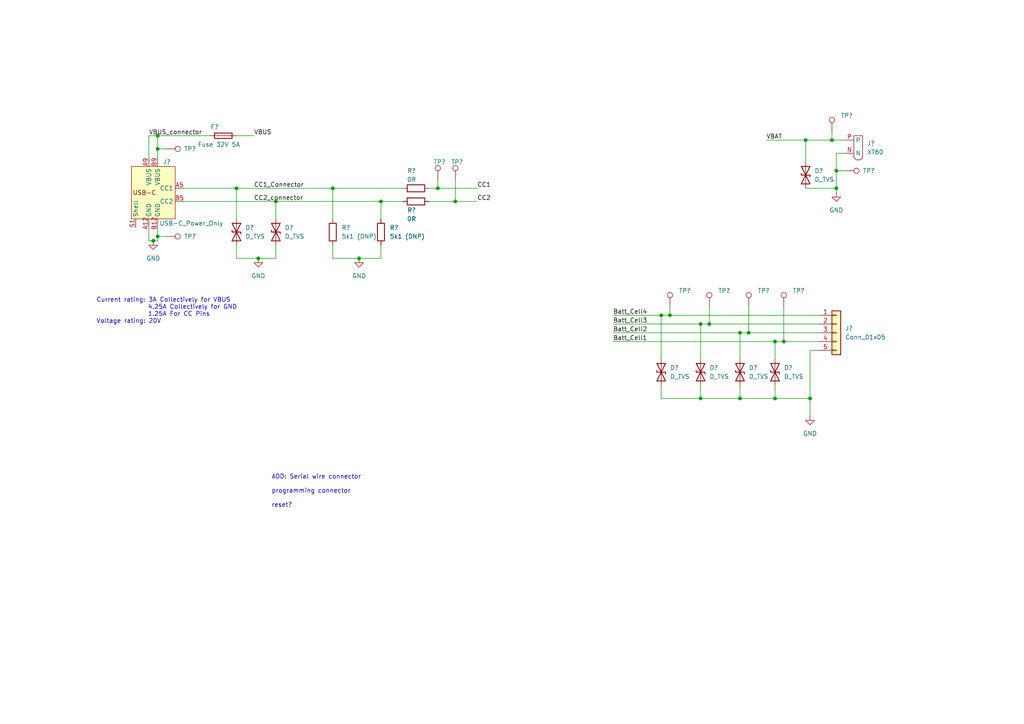
<source format=kicad_sch>
(kicad_sch (version 20211123) (generator eeschema)
  (paper "A4")
  (lib_symbols
    (symbol "Connector:TestPoint" (pin_numbers hide) (pin_names (offset 0.762) hide)
      (property "Reference" "TP" (at 0 6.858 0))
      (property "Value" "TestPoint" (at 0 5.08 0))
      (symbol "TestPoint_0_1"
        (circle (center 0 3.302) (radius 0.762))
      )
      (symbol "TestPoint_1_1"
        (pin passive line (at 0 0 90) (length 2.54) (name "1") (number "1"))
      )
    )
    (symbol "Connector_Generic:Conn_01x05" (pin_names (offset 1.016) hide)
      (property "Reference" "J" (at 0 7.62 0))
      (property "Value" "Conn_01x05" (at 0 -7.62 0))
      (symbol "Conn_01x05_1_1"
        (rectangle (start -1.27 -4.953) (end 0 -5.207) (stroke (width 0.1524)))
        (rectangle (start -1.27 -2.413) (end 0 -2.667) (stroke (width 0.1524)))
        (rectangle (start -1.27 0.127) (end 0 -0.127) (stroke (width 0.1524)))
        (rectangle (start -1.27 2.667) (end 0 2.413) (stroke (width 0.1524)))
        (rectangle (start -1.27 5.207) (end 0 4.953) (stroke (width 0.1524)))
        (rectangle (start -1.27 6.35) (end 1.27 -6.35) (stroke (width 0.254)) (fill (type background)))
        (pin passive line (at -5.08 5.08 0) (length 3.81) (name "Pin_1") (number "1"))
        (pin passive line (at -5.08 2.54 0) (length 3.81) (name "Pin_2") (number "2"))
        (pin passive line (at -5.08 0 0) (length 3.81) (name "Pin_3") (number "3"))
        (pin passive line (at -5.08 -2.54 0) (length 3.81) (name "Pin_4") (number "4"))
        (pin passive line (at -5.08 -5.08 0) (length 3.81) (name "Pin_5") (number "5"))
      )
    )
    (symbol "Device:D_TVS" (pin_numbers hide) (pin_names (offset 1.016) hide)
      (property "Reference" "D" (at 0 2.54 0))
      (property "Value" "D_TVS" (at 0 -2.54 0))
      (symbol "D_TVS_0_1"
        (polyline (pts (xy 1.27 0) (xy -1.27 0)))
        (polyline (pts (xy 0.508 1.27) (xy 0 1.27) (xy 0 -1.27) (xy -0.508 -1.27)) (stroke (width 0.254)))
        (polyline (pts (xy -2.54 1.27) (xy -2.54 -1.27) (xy 2.54 1.27) (xy 2.54 -1.27) (xy -2.54 1.27)) (stroke (width 0.254)))
      )
      (symbol "D_TVS_1_1"
        (pin passive line (at -3.81 0 0) (length 2.54) (name "A1") (number "1"))
        (pin passive line (at 3.81 0 180) (length 2.54) (name "A2") (number "2"))
      )
    )
    (symbol "Device:Fuse" (pin_numbers hide) (pin_names (offset 0))
      (property "Reference" "F" (at 2.032 0 90))
      (property "Value" "Fuse" (at -1.905 0 90))
      (symbol "Fuse_0_1"
        (rectangle (start -0.762 -2.54) (end 0.762 2.54) (stroke (width 0.254)))
        (polyline (pts (xy 0 2.54) (xy 0 -2.54)))
      )
      (symbol "Fuse_1_1"
        (pin passive line (at 0 3.81 270) (length 1.27) (name "~") (number "1"))
        (pin passive line (at 0 -3.81 90) (length 1.27) (name "~") (number "2"))
      )
    )
    (symbol "Device:R" (pin_numbers hide) (pin_names (offset 0))
      (property "Reference" "R" (at 2.032 0 90))
      (property "Value" "R" (at 0 0 90))
      (symbol "R_0_1"
        (rectangle (start -1.016 -2.54) (end 1.016 2.54) (stroke (width 0.254)))
      )
      (symbol "R_1_1"
        (pin passive line (at 0 3.81 270) (length 1.27) (name "~") (number "1"))
        (pin passive line (at 0 -3.81 90) (length 1.27) (name "~") (number "2"))
      )
    )
    (symbol "Eldalote_symbols:USB-C_Power_Only"
      (property "Reference" "J" (at 3.81 10.16 0))
      (property "Value" "USB-C_Power_Only" (at 11.43 -7.62 0))
      (symbol "USB-C_Power_Only_0_0"
        (text "USB-C" (at -2.54 1.27 0) (effects (font (size 1.27 1.27))))
      )
      (symbol "USB-C_Power_Only_0_1"
        (rectangle (start -6.35 8.89) (end 6.35 -6.35) (fill (type background)))
      )
      (symbol "USB-C_Power_Only_1_1"
        (pin power_out line (at -1.27 -8.89 90) (length 2.54) (name "GND") (number "A12"))
        (pin passive line (at 8.89 2.54 180) (length 2.54) (name "CC1") (number "A5"))
        (pin power_out line (at -1.27 11.43 270) (length 2.54) (name "VBUS") (number "A9"))
        (pin power_out line (at 1.27 -8.89 90) (length 2.54) (name "GND") (number "B12"))
        (pin passive line (at 8.89 -1.27 180) (length 2.54) (name "CC2") (number "B5"))
        (pin power_out line (at 1.27 11.43 270) (length 2.54) (name "VBUS") (number "B9"))
        (pin passive line (at -5.08 -8.89 90) (length 2.54) (name "Shell") (number "S1"))
        (pin passive line (at -5.08 -8.89 90) (length 2.54) hide (name "Shell") (number "S2"))
        (pin passive line (at -5.08 -8.89 90) (length 2.54) hide (name "Shell") (number "S3"))
        (pin passive line (at -5.08 -8.89 90) (length 2.54) hide (name "Shell") (number "S4"))
      )
    )
    (symbol "Eldalote_symbols:XT60"
      (property "Reference" "J" (at 0 5.08 0))
      (property "Value" "XT60" (at 1.27 -4.445 0))
      (symbol "XT60_0_1"
        (polyline (pts (xy 0 3.81) (xy 0 -2.54) (xy 0.635 -3.175) (xy 1.905 -3.175) (xy 2.54 -2.54) (xy 2.54 3.81) (xy 0 3.81)))
      )
      (symbol "XT60_1_1"
        (pin passive line (at -2.54 -1.27 0) (length 2.54) (name "N") (number "N"))
        (pin passive line (at -2.54 2.54 0) (length 2.54) (name "P") (number "P"))
      )
    )
    (symbol "power:GND" (power) (pin_names (offset 0))
      (property "Value" "GND" (at 0 -3.81 0))
      (symbol "GND_0_1"
        (polyline (pts (xy 0 0) (xy 0 -1.27) (xy 1.27 -1.27) (xy 0 -2.54) (xy -1.27 -1.27) (xy 0 -1.27)))
      )
      (symbol "GND_1_1"
        (pin power_in line (at 0 0 270) (length 0) hide (name "GND") (number "1"))
      )
    )
  )
  (junction (at 203.2 93.98))
  (junction (at 96.52 54.61))
  (junction (at 234.95 115.57))
  (junction (at 74.93 74.93))
  (junction (at 45.72 43.18))
  (junction (at 224.79 115.57))
  (junction (at 45.72 39.37))
  (junction (at 233.68 40.64))
  (junction (at 214.63 115.57))
  (junction (at 227.33 99.06))
  (junction (at 68.58 54.61))
  (junction (at 191.77 91.44))
  (junction (at 241.3 40.64))
  (junction (at 80.01 58.42))
  (junction (at 205.74 93.98))
  (junction (at 224.79 99.06))
  (junction (at 132.08 58.42))
  (junction (at 203.2 115.57))
  (junction (at 217.17 96.52))
  (junction (at 44.45 69.85))
  (junction (at 127 54.61))
  (junction (at 242.57 49.53))
  (junction (at 242.57 54.61))
  (junction (at 104.14 74.93))
  (junction (at 45.72 68.58))
  (junction (at 214.63 96.52))
  (junction (at 110.49 58.42))
  (junction (at 194.31 91.44))
  (wire (pts (xy 217.17 88.9) (xy 217.17 96.52)))
  (wire (pts (xy 194.31 91.44) (xy 237.49 91.44)))
  (wire (pts (xy 191.77 115.57) (xy 203.2 115.57)))
  (wire (pts (xy 224.79 99.06) (xy 224.79 104.14)))
  (wire (pts (xy 245.11 49.53) (xy 242.57 49.53)))
  (wire (pts (xy 177.8 93.98) (xy 203.2 93.98)))
  (wire (pts (xy 237.49 101.6) (xy 234.95 101.6)))
  (wire (pts (xy 205.74 88.9) (xy 205.74 93.98)))
  (wire (pts (xy 68.58 63.5) (xy 68.58 54.61)))
  (wire (pts (xy 74.93 74.93) (xy 80.01 74.93)))
  (wire (pts (xy 191.77 111.76) (xy 191.77 115.57)))
  (wire (pts (xy 224.79 99.06) (xy 227.33 99.06)))
  (wire (pts (xy 233.68 40.64) (xy 241.3 40.64)))
  (wire (pts (xy 96.52 54.61) (xy 116.84 54.61)))
  (wire (pts (xy 222.25 40.64) (xy 233.68 40.64)))
  (wire (pts (xy 127 54.61) (xy 138.43 54.61)))
  (wire (pts (xy 132.08 52.07) (xy 132.08 58.42)))
  (wire (pts (xy 124.46 54.61) (xy 127 54.61)))
  (wire (pts (xy 45.72 39.37) (xy 60.96 39.37)))
  (wire (pts (xy 227.33 88.9) (xy 227.33 99.06)))
  (wire (pts (xy 194.31 88.9) (xy 194.31 91.44)))
  (wire (pts (xy 53.34 54.61) (xy 68.58 54.61)))
  (wire (pts (xy 242.57 44.45) (xy 242.57 49.53)))
  (wire (pts (xy 68.58 39.37) (xy 73.66 39.37)))
  (wire (pts (xy 45.72 68.58) (xy 45.72 69.85)))
  (wire (pts (xy 203.2 111.76) (xy 203.2 115.57)))
  (wire (pts (xy 110.49 58.42) (xy 110.49 63.5)))
  (wire (pts (xy 214.63 96.52) (xy 214.63 104.14)))
  (wire (pts (xy 191.77 104.14) (xy 191.77 91.44)))
  (wire (pts (xy 53.34 58.42) (xy 80.01 58.42)))
  (wire (pts (xy 241.3 40.64) (xy 245.11 40.64)))
  (wire (pts (xy 96.52 71.12) (xy 96.52 74.93)))
  (wire (pts (xy 48.26 43.18) (xy 45.72 43.18)))
  (wire (pts (xy 224.79 111.76) (xy 224.79 115.57)))
  (wire (pts (xy 127 52.07) (xy 127 54.61)))
  (wire (pts (xy 43.18 39.37) (xy 45.72 39.37)))
  (wire (pts (xy 233.68 40.64) (xy 233.68 46.99)))
  (wire (pts (xy 43.18 45.72) (xy 43.18 39.37)))
  (wire (pts (xy 242.57 54.61) (xy 242.57 55.88)))
  (wire (pts (xy 217.17 96.52) (xy 237.49 96.52)))
  (wire (pts (xy 110.49 71.12) (xy 110.49 74.93)))
  (wire (pts (xy 191.77 91.44) (xy 194.31 91.44)))
  (wire (pts (xy 80.01 71.12) (xy 80.01 74.93)))
  (wire (pts (xy 177.8 99.06) (xy 224.79 99.06)))
  (wire (pts (xy 177.8 91.44) (xy 191.77 91.44)))
  (wire (pts (xy 68.58 71.12) (xy 68.58 74.93)))
  (wire (pts (xy 203.2 115.57) (xy 214.63 115.57)))
  (wire (pts (xy 43.18 69.85) (xy 44.45 69.85)))
  (wire (pts (xy 132.08 58.42) (xy 138.43 58.42)))
  (wire (pts (xy 203.2 93.98) (xy 205.74 93.98)))
  (wire (pts (xy 241.3 38.1) (xy 241.3 40.64)))
  (wire (pts (xy 96.52 74.93) (xy 104.14 74.93)))
  (wire (pts (xy 43.18 66.04) (xy 43.18 69.85)))
  (wire (pts (xy 68.58 54.61) (xy 96.52 54.61)))
  (wire (pts (xy 45.72 39.37) (xy 45.72 43.18)))
  (wire (pts (xy 110.49 58.42) (xy 116.84 58.42)))
  (wire (pts (xy 80.01 58.42) (xy 80.01 63.5)))
  (wire (pts (xy 80.01 58.42) (xy 110.49 58.42)))
  (wire (pts (xy 214.63 115.57) (xy 224.79 115.57)))
  (wire (pts (xy 227.33 99.06) (xy 237.49 99.06)))
  (wire (pts (xy 124.46 58.42) (xy 132.08 58.42)))
  (wire (pts (xy 233.68 54.61) (xy 242.57 54.61)))
  (wire (pts (xy 48.26 68.58) (xy 45.72 68.58)))
  (wire (pts (xy 242.57 49.53) (xy 242.57 54.61)))
  (wire (pts (xy 245.11 44.45) (xy 242.57 44.45)))
  (wire (pts (xy 96.52 54.61) (xy 96.52 63.5)))
  (wire (pts (xy 214.63 111.76) (xy 214.63 115.57)))
  (wire (pts (xy 203.2 93.98) (xy 203.2 104.14)))
  (wire (pts (xy 234.95 115.57) (xy 234.95 120.65)))
  (wire (pts (xy 214.63 96.52) (xy 217.17 96.52)))
  (wire (pts (xy 45.72 66.04) (xy 45.72 68.58)))
  (wire (pts (xy 224.79 115.57) (xy 234.95 115.57)))
  (wire (pts (xy 177.8 96.52) (xy 214.63 96.52)))
  (wire (pts (xy 234.95 101.6) (xy 234.95 115.57)))
  (wire (pts (xy 110.49 74.93) (xy 104.14 74.93)))
  (wire (pts (xy 68.58 74.93) (xy 74.93 74.93)))
  (wire (pts (xy 45.72 69.85) (xy 44.45 69.85)))
  (wire (pts (xy 205.74 93.98) (xy 237.49 93.98)))
  (wire (pts (xy 45.72 43.18) (xy 45.72 45.72)))
  (text "ADD: Serial wire connector\n\nprogramming connector\n\nreset?" (at 78.74 147.32 0) (effects (font (size 1.27 1.27)) (justify left bottom)))
  (text "Current rating: 3A Collectively for VBUS\n			4.25A Collectively for GND\n			1.25A For CC Pins\nVoltage rating: 20V" (at 27.94 93.98 0) (effects (font (size 1.27 1.27)) (justify left bottom)))
  (label "Batt_Cell3" (at 177.8 93.98 0))
  (label "CC2" (at 138.43 58.42 0))
  (label "Batt_Cell4" (at 177.8 91.44 0))
  (label "Batt_Cell2" (at 177.8 96.52 0))
  (label "CC1_Connector" (at 73.66 54.61 0))
  (label "VBAT" (at 222.25 40.64 0))
  (label "VBUS_connector" (at 43.18 39.37 0))
  (label "CC1" (at 138.43 54.61 0))
  (label "CC2_connector" (at 73.66 58.42 0))
  (label "VBUS" (at 73.66 39.37 0))
  (label "Batt_Cell1" (at 177.8 99.06 0))
  (symbol (lib_id "Device:R") (at 120.65 54.61 90) (unit 1)
    (property "Reference" "R?" (at 119.38 49.53 90))
    (property "Value" "0R" (at 119.38 52.07 90))
  )
  (symbol (lib_id "power:GND") (at 44.45 69.85 0) (unit 1)
    (property "Reference" "#PWR?" (effects hide))
    (property "Value" "GND" (at 44.45 74.93 0))
  )
  (symbol (lib_id "Connector:TestPoint") (at 48.26 43.18 270) (unit 1)
    (property "Reference" "TP?" (at 53.34 43.1799 90) (effects (justify left)))
    (property "Value" "TestPoint" (effects hide))
  )
  (symbol (lib_id "Device:R") (at 110.49 67.31 0) (unit 1)
    (property "Reference" "R?" (at 113.03 66.0399 0) (effects (justify left)))
    (property "Value" "5k1 (DNP)" (at 113.03 68.5799 0) (effects (justify left)))
  )
  (symbol (lib_id "Device:R") (at 96.52 67.31 0) (unit 1)
    (property "Reference" "R?" (at 99.06 66.0399 0) (effects (justify left)))
    (property "Value" "5k1 (DNP)" (at 99.06 68.5799 0) (effects (justify left)))
  )
  (symbol (lib_id "Device:D_TVS") (at 203.2 107.95 90) (unit 1)
    (property "Reference" "D?" (at 205.74 106.6799 90) (effects (justify right)))
    (property "Value" "D_TVS" (at 205.74 109.2199 90) (effects (justify right)))
  )
  (symbol (lib_id "power:GND") (at 74.93 74.93 0) (unit 1)
    (property "Reference" "#PWR?" (effects hide))
    (property "Value" "GND" (at 74.93 80.01 0))
  )
  (symbol (lib_id "Connector_Generic:Conn_01x05") (at 242.57 96.52 0) (unit 1)
    (property "Reference" "J?" (at 245.11 95.2499 0) (effects (justify left)))
    (property "Value" "Conn_01x05" (at 245.11 97.7899 0) (effects (justify left)))
  )
  (symbol (lib_id "Device:D_TVS") (at 233.68 50.8 90) (unit 1)
    (property "Reference" "D?" (at 236.22 49.5299 90) (effects (justify right)))
    (property "Value" "D_TVS" (at 236.22 52.0699 90) (effects (justify right)))
  )
  (symbol (lib_id "power:GND") (at 234.95 120.65 0) (unit 1)
    (property "Reference" "#PWR?" (effects hide))
    (property "Value" "GND" (at 234.95 125.73 0))
  )
  (symbol (lib_id "Connector:TestPoint") (at 241.3 38.1 0) (unit 1)
    (property "Reference" "TP?" (at 243.84 33.5279 0) (effects (justify left)))
    (property "Value" "TestPoint" (effects hide))
  )
  (symbol (lib_id "Connector:TestPoint") (at 217.17 88.9 0) (unit 1)
    (property "Reference" "TP?" (at 219.71 84.3279 0) (effects (justify left)))
    (property "Value" "TestPoint" (effects hide))
  )
  (symbol (lib_id "Connector:TestPoint") (at 205.74 88.9 0) (unit 1)
    (property "Reference" "TP?" (at 208.28 84.3279 0) (effects (justify left)))
    (property "Value" "TestPoint" (effects hide))
  )
  (symbol (lib_id "power:GND") (at 242.57 55.88 0) (unit 1)
    (property "Reference" "#PWR?" (effects hide))
    (property "Value" "GND" (at 242.57 60.96 0))
  )
  (symbol (lib_id "Connector:TestPoint") (at 132.08 52.07 0) (unit 1)
    (property "Reference" "TP?" (at 130.81 46.99 0) (effects (justify left)))
    (property "Value" "TestPoint" (effects hide))
  )
  (symbol (lib_id "Connector:TestPoint") (at 227.33 88.9 0) (unit 1)
    (property "Reference" "TP?" (at 229.87 84.3279 0) (effects (justify left)))
    (property "Value" "TestPoint" (effects hide))
  )
  (symbol (lib_id "Device:D_TVS") (at 224.79 107.95 90) (unit 1)
    (property "Reference" "D?" (at 227.33 106.6799 90) (effects (justify right)))
    (property "Value" "D_TVS" (at 227.33 109.2199 90) (effects (justify right)))
  )
  (symbol (lib_id "Device:D_TVS") (at 191.77 107.95 90) (unit 1)
    (property "Reference" "D?" (at 194.31 106.6799 90) (effects (justify right)))
    (property "Value" "D_TVS" (at 194.31 109.2199 90) (effects (justify right)))
  )
  (symbol (lib_id "Device:D_TVS") (at 214.63 107.95 90) (unit 1)
    (property "Reference" "D?" (at 217.17 106.6799 90) (effects (justify right)))
    (property "Value" "D_TVS" (at 217.17 109.2199 90) (effects (justify right)))
  )
  (symbol (lib_id "Eldalote_symbols:USB-C_Power_Only") (at 44.45 57.15 0) (unit 1)
    (property "Reference" "J?" (at 49.53 46.99 0) (effects (justify right)))
    (property "Value" "USB-C_Power_Only" (at 64.77 64.77 0) (effects (justify right)))
    (property "Footprint" "Imported:USB-C-GCT-USB4140-GF-0170" (effects hide))
  )
  (symbol (lib_id "Device:R") (at 120.65 58.42 90) (unit 1)
    (property "Reference" "R?" (at 119.38 60.96 90))
    (property "Value" "0R" (at 119.38 63.5 90))
  )
  (symbol (lib_id "Connector:TestPoint") (at 245.11 49.53 270) (unit 1)
    (property "Reference" "TP?" (at 250.19 49.5299 90) (effects (justify left)))
    (property "Value" "TestPoint" (effects hide))
  )
  (symbol (lib_id "Device:D_TVS") (at 80.01 67.31 90) (unit 1)
    (property "Reference" "D?" (at 82.55 66.0399 90) (effects (justify right)))
    (property "Value" "D_TVS" (at 82.55 68.5799 90) (effects (justify right)))
  )
  (symbol (lib_id "power:GND") (at 104.14 74.93 0) (unit 1)
    (property "Reference" "#PWR?" (effects hide))
    (property "Value" "GND" (at 104.14 80.01 0))
  )
  (symbol (lib_id "Device:Fuse") (at 64.77 39.37 90) (unit 1)
    (property "Reference" "F?" (at 62.23 36.83 90))
    (property "Value" "Fuse 32V 5A" (at 63.5 41.91 90))
  )
  (symbol (lib_id "Connector:TestPoint") (at 48.26 68.58 270) (unit 1)
    (property "Reference" "TP?" (at 53.34 68.5799 90) (effects (justify left)))
    (property "Value" "TestPoint" (effects hide))
  )
  (symbol (lib_id "Eldalote_symbols:XT60") (at 247.65 43.18 0) (unit 1)
    (property "Reference" "J?" (at 251.46 41.5924 0) (effects (justify left)))
    (property "Value" "XT60" (at 251.46 44.1324 0) (effects (justify left)))
    (property "Footprint" "Eldalote-footprints:XT60" (effects hide))
  )
  (symbol (lib_id "Device:D_TVS") (at 68.58 67.31 90) (unit 1)
    (property "Reference" "D?" (at 71.12 66.0399 90) (effects (justify right)))
    (property "Value" "D_TVS" (at 71.12 68.5799 90) (effects (justify right)))
  )
  (symbol (lib_id "Connector:TestPoint") (at 127 52.07 0) (unit 1)
    (property "Reference" "TP?" (at 125.73 46.99 0) (effects (justify left)))
    (property "Value" "TestPoint" (effects hide))
  )
  (symbol (lib_id "Connector:TestPoint") (at 194.31 88.9 0) (unit 1)
    (property "Reference" "TP?" (at 196.85 84.3279 0) (effects (justify left)))
    (property "Value" "TestPoint" (effects hide))
  )
)
</source>
